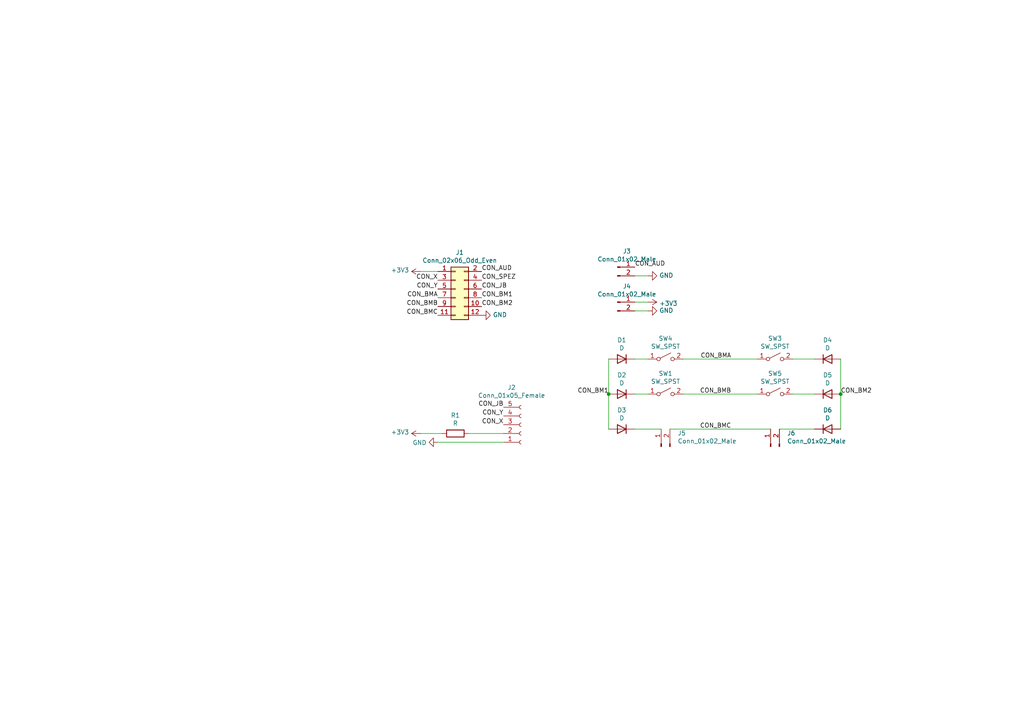
<source format=kicad_sch>
(kicad_sch (version 20211123) (generator eeschema)
  (paper "A4")
  (lib_symbols
    (symbol "Connector:Conn_01x02_Male" (pin_names (offset 1.016) hide)
      (property "Reference" "J" (at 0 2.54 0))
      (property "Value" "Conn_01x02_Male" (at 0 -5.08 0))
      (symbol "Conn_01x02_Male_1_1"
        (polyline (pts (xy 1.27 -2.54) (xy 0.8636 -2.54)) (stroke (width 0.1524)))
        (polyline (pts (xy 1.27 0) (xy 0.8636 0)) (stroke (width 0.1524)))
        (rectangle (start 0.8636 -2.413) (end 0 -2.667) (stroke (width 0.1524)) (fill (type outline)))
        (rectangle (start 0.8636 0.127) (end 0 -0.127) (stroke (width 0.1524)) (fill (type outline)))
        (pin passive line (at 5.08 0 180) (length 3.81) (name "Pin_1") (number "1"))
        (pin passive line (at 5.08 -2.54 180) (length 3.81) (name "Pin_2") (number "2"))
      )
    )
    (symbol "Connector:Conn_01x05_Female" (pin_names (offset 1.016) hide)
      (property "Reference" "J" (at 0 7.62 0))
      (property "Value" "Conn_01x05_Female" (at 0 -7.62 0))
      (symbol "Conn_01x05_Female_1_1"
        (arc (start 0 -4.572) (mid -0.508 -5.08) (end 0 -5.588) (stroke (width 0.1524)))
        (arc (start 0 -2.032) (mid -0.508 -2.54) (end 0 -3.048) (stroke (width 0.1524)))
        (polyline (pts (xy -1.27 -5.08) (xy -0.508 -5.08)) (stroke (width 0.1524)))
        (polyline (pts (xy -1.27 -2.54) (xy -0.508 -2.54)) (stroke (width 0.1524)))
        (polyline (pts (xy -1.27 0) (xy -0.508 0)) (stroke (width 0.1524)))
        (polyline (pts (xy -1.27 2.54) (xy -0.508 2.54)) (stroke (width 0.1524)))
        (polyline (pts (xy -1.27 5.08) (xy -0.508 5.08)) (stroke (width 0.1524)))
        (arc (start 0 0.508) (mid -0.508 0) (end 0 -0.508) (stroke (width 0.1524)))
        (arc (start 0 3.048) (mid -0.508 2.54) (end 0 2.032) (stroke (width 0.1524)))
        (arc (start 0 5.588) (mid -0.508 5.08) (end 0 4.572) (stroke (width 0.1524)))
        (pin passive line (at -5.08 5.08 0) (length 3.81) (name "Pin_1") (number "1"))
        (pin passive line (at -5.08 2.54 0) (length 3.81) (name "Pin_2") (number "2"))
        (pin passive line (at -5.08 0 0) (length 3.81) (name "Pin_3") (number "3"))
        (pin passive line (at -5.08 -2.54 0) (length 3.81) (name "Pin_4") (number "4"))
        (pin passive line (at -5.08 -5.08 0) (length 3.81) (name "Pin_5") (number "5"))
      )
    )
    (symbol "Connector_Generic:Conn_02x06_Odd_Even" (pin_names (offset 1.016) hide)
      (property "Reference" "J" (at 1.27 7.62 0))
      (property "Value" "Conn_02x06_Odd_Even" (at 1.27 -10.16 0))
      (symbol "Conn_02x06_Odd_Even_1_1"
        (rectangle (start -1.27 -7.493) (end 0 -7.747) (stroke (width 0.1524)))
        (rectangle (start -1.27 -4.953) (end 0 -5.207) (stroke (width 0.1524)))
        (rectangle (start -1.27 -2.413) (end 0 -2.667) (stroke (width 0.1524)))
        (rectangle (start -1.27 0.127) (end 0 -0.127) (stroke (width 0.1524)))
        (rectangle (start -1.27 2.667) (end 0 2.413) (stroke (width 0.1524)))
        (rectangle (start -1.27 5.207) (end 0 4.953) (stroke (width 0.1524)))
        (rectangle (start -1.27 6.35) (end 3.81 -8.89) (stroke (width 0.254)) (fill (type background)))
        (rectangle (start 3.81 -7.493) (end 2.54 -7.747) (stroke (width 0.1524)))
        (rectangle (start 3.81 -4.953) (end 2.54 -5.207) (stroke (width 0.1524)))
        (rectangle (start 3.81 -2.413) (end 2.54 -2.667) (stroke (width 0.1524)))
        (rectangle (start 3.81 0.127) (end 2.54 -0.127) (stroke (width 0.1524)))
        (rectangle (start 3.81 2.667) (end 2.54 2.413) (stroke (width 0.1524)))
        (rectangle (start 3.81 5.207) (end 2.54 4.953) (stroke (width 0.1524)))
        (pin passive line (at -5.08 5.08 0) (length 3.81) (name "Pin_1") (number "1"))
        (pin passive line (at 7.62 -5.08 180) (length 3.81) (name "Pin_10") (number "10"))
        (pin passive line (at -5.08 -7.62 0) (length 3.81) (name "Pin_11") (number "11"))
        (pin passive line (at 7.62 -7.62 180) (length 3.81) (name "Pin_12") (number "12"))
        (pin passive line (at 7.62 5.08 180) (length 3.81) (name "Pin_2") (number "2"))
        (pin passive line (at -5.08 2.54 0) (length 3.81) (name "Pin_3") (number "3"))
        (pin passive line (at 7.62 2.54 180) (length 3.81) (name "Pin_4") (number "4"))
        (pin passive line (at -5.08 0 0) (length 3.81) (name "Pin_5") (number "5"))
        (pin passive line (at 7.62 0 180) (length 3.81) (name "Pin_6") (number "6"))
        (pin passive line (at -5.08 -2.54 0) (length 3.81) (name "Pin_7") (number "7"))
        (pin passive line (at 7.62 -2.54 180) (length 3.81) (name "Pin_8") (number "8"))
        (pin passive line (at -5.08 -5.08 0) (length 3.81) (name "Pin_9") (number "9"))
      )
    )
    (symbol "Device:D" (pin_numbers hide) (pin_names (offset 1.016) hide)
      (property "Reference" "D" (at 0 2.54 0))
      (property "Value" "D" (at 0 -2.54 0))
      (symbol "D_0_1"
        (polyline (pts (xy -1.27 1.27) (xy -1.27 -1.27)) (stroke (width 0.254)))
        (polyline (pts (xy 1.27 0) (xy -1.27 0)))
        (polyline (pts (xy 1.27 1.27) (xy 1.27 -1.27) (xy -1.27 0) (xy 1.27 1.27)) (stroke (width 0.254)))
      )
      (symbol "D_1_1"
        (pin passive line (at -3.81 0 0) (length 2.54) (name "K") (number "1"))
        (pin passive line (at 3.81 0 180) (length 2.54) (name "A") (number "2"))
      )
    )
    (symbol "Device:R" (pin_numbers hide) (pin_names (offset 0))
      (property "Reference" "R" (at 2.032 0 90))
      (property "Value" "R" (at 0 0 90))
      (symbol "R_0_1"
        (rectangle (start -1.016 -2.54) (end 1.016 2.54) (stroke (width 0.254)))
      )
      (symbol "R_1_1"
        (pin passive line (at 0 3.81 270) (length 1.27) (name "~") (number "1"))
        (pin passive line (at 0 -3.81 90) (length 1.27) (name "~") (number "2"))
      )
    )
    (symbol "Switch:SW_SPST" (pin_names (offset 0) hide)
      (property "Reference" "SW" (at 0 3.175 0))
      (property "Value" "SW_SPST" (at 0 -2.54 0))
      (symbol "SW_SPST_0_0"
        (circle (center -2.032 0) (radius 0.508))
        (polyline (pts (xy -1.524 0.254) (xy 1.524 1.778)))
        (circle (center 2.032 0) (radius 0.508))
      )
      (symbol "SW_SPST_1_1"
        (pin passive line (at -5.08 0 0) (length 2.54) (name "A") (number "1"))
        (pin passive line (at 5.08 0 180) (length 2.54) (name "B") (number "2"))
      )
    )
    (symbol "power:+3V3" (power) (pin_names (offset 0))
      (property "Value" "+3V3" (at 0 3.556 0))
      (symbol "+3V3_0_1"
        (polyline (pts (xy -0.762 1.27) (xy 0 2.54)))
        (polyline (pts (xy 0 0) (xy 0 2.54)))
        (polyline (pts (xy 0 2.54) (xy 0.762 1.27)))
      )
      (symbol "+3V3_1_1"
        (pin power_in line (at 0 0 90) (length 0) hide (name "+3V3") (number "1"))
      )
    )
    (symbol "power:GND" (power) (pin_names (offset 0))
      (property "Value" "GND" (at 0 -3.81 0))
      (symbol "GND_0_1"
        (polyline (pts (xy 0 0) (xy 0 -1.27) (xy 1.27 -1.27) (xy 0 -2.54) (xy -1.27 -1.27) (xy 0 -1.27)))
      )
      (symbol "GND_1_1"
        (pin power_in line (at 0 0 270) (length 0) hide (name "GND") (number "1"))
      )
    )
  )
  (junction (at 176.53 114.3))
  (junction (at 243.84 114.3))
  (wire (pts (xy 187.96 80.01) (xy 184.15 80.01)))
  (wire (pts (xy 229.87 114.3) (xy 236.22 114.3)))
  (wire (pts (xy 198.12 114.3) (xy 219.71 114.3)))
  (wire (pts (xy 127 128.27) (xy 146.05 128.27)))
  (wire (pts (xy 176.53 104.14) (xy 176.53 114.3)))
  (wire (pts (xy 187.96 87.63) (xy 184.15 87.63)))
  (wire (pts (xy 187.96 90.17) (xy 184.15 90.17)))
  (wire (pts (xy 243.84 114.3) (xy 243.84 104.14)))
  (wire (pts (xy 194.31 124.46) (xy 223.52 124.46)))
  (wire (pts (xy 243.84 124.46) (xy 243.84 114.3)))
  (wire (pts (xy 184.15 124.46) (xy 191.77 124.46)))
  (wire (pts (xy 176.53 114.3) (xy 176.53 124.46)))
  (wire (pts (xy 184.15 114.3) (xy 187.96 114.3)))
  (wire (pts (xy 121.92 78.74) (xy 127 78.74)))
  (wire (pts (xy 198.12 104.14) (xy 219.71 104.14)))
  (wire (pts (xy 226.06 124.46) (xy 236.22 124.46)))
  (wire (pts (xy 121.92 125.73) (xy 128.27 125.73)))
  (wire (pts (xy 236.22 104.14) (xy 229.87 104.14)))
  (wire (pts (xy 184.15 104.14) (xy 187.96 104.14)))
  (wire (pts (xy 135.89 125.73) (xy 146.05 125.73)))
  (label "CON_BM2" (at 243.84 114.3 0))
  (label "CON_BMC" (at 127 91.44 180))
  (label "CON_AUD" (at 139.7 78.74 0))
  (label "CON_BMB" (at 212.09 114.3 180))
  (label "CON_SPEZ" (at 139.7 81.28 0))
  (label "CON_JB" (at 146.05 118.11 180))
  (label "CON_Y" (at 127 83.82 180))
  (label "CON_BMB" (at 127 88.9 180))
  (label "CON_BM2" (at 139.7 88.9 0))
  (label "CON_X" (at 146.05 123.19 180))
  (label "CON_JB" (at 139.7 83.82 0))
  (label "CON_BMA" (at 127 86.36 180))
  (label "CON_BMC" (at 212.09 124.46 180))
  (label "CON_BM1" (at 139.7 86.36 0))
  (label "CON_BM1" (at 176.53 114.3 180))
  (label "CON_X" (at 127 81.28 180))
  (label "CON_BMA" (at 212.09 104.14 180))
  (label "CON_Y" (at 146.05 120.65 180))
  (label "CON_AUD" (at 184.15 77.47 0))
  (symbol (lib_id "Connector_Generic:Conn_02x06_Odd_Even") (at 132.08 83.82 0) (unit 1)
    (property "Reference" "J1" (at 133.35 73.2282 0))
    (property "Value" "Conn_02x06_Odd_Even" (at 133.35 75.5396 0))
    (property "Footprint" "Connector_PinHeader_2.54mm:PinHeader_2x06_P2.54mm_Horizontal" (effects hide))
  )
  (symbol (lib_id "Connector:Conn_01x05_Female") (at 151.13 123.19 0) (mirror x) (unit 1)
    (property "Reference" "J2" (at 148.3868 112.395 0))
    (property "Value" "Conn_01x05_Female" (at 148.3868 114.7064 0))
    (property "Footprint" "Connector_PinSocket_2.54mm:PinSocket_1x05_P2.54mm_Horizontal" (effects hide))
  )
  (symbol (lib_id "Connector:Conn_01x02_Male") (at 179.07 77.47 0) (unit 1)
    (property "Reference" "J3" (at 181.8132 72.8726 0))
    (property "Value" "Conn_01x02_Male" (at 181.8132 75.184 0))
    (property "Footprint" "Connector_PinHeader_2.54mm:PinHeader_1x02_P2.54mm_Vertical" (effects hide))
  )
  (symbol (lib_id "Device:R") (at 132.08 125.73 270) (unit 1)
    (property "Reference" "R1" (at 132.08 120.4722 90))
    (property "Value" "R" (at 132.08 122.7836 90))
    (property "Footprint" "Resistor_SMD:R_0402_1005Metric" (effects hide))
  )
  (symbol (lib_id "Device:D") (at 180.34 124.46 0) (mirror y) (unit 1)
    (property "Reference" "D3" (at 180.34 118.9482 0))
    (property "Value" "D" (at 180.34 121.2596 0))
    (property "Footprint" "Diode_SMD:D_SOD-123" (effects hide))
  )
  (symbol (lib_id "Device:D") (at 180.34 114.3 0) (mirror y) (unit 1)
    (property "Reference" "D2" (at 180.34 108.7882 0))
    (property "Value" "D" (at 180.34 111.0996 0))
    (property "Footprint" "Diode_SMD:D_SOD-123" (effects hide))
  )
  (symbol (lib_id "Device:D") (at 180.34 104.14 0) (mirror y) (unit 1)
    (property "Reference" "D1" (at 180.34 98.6282 0))
    (property "Value" "D" (at 180.34 100.9396 0))
    (property "Footprint" "Diode_SMD:D_SOD-123" (effects hide))
  )
  (symbol (lib_id "Device:D") (at 240.03 104.14 0) (mirror x) (unit 1)
    (property "Reference" "D4" (at 240.03 98.6282 0))
    (property "Value" "D" (at 240.03 100.9396 0))
    (property "Footprint" "Diode_SMD:D_SOD-123" (effects hide))
  )
  (symbol (lib_id "Device:D") (at 240.03 114.3 0) (mirror x) (unit 1)
    (property "Reference" "D5" (at 240.03 108.7882 0))
    (property "Value" "D" (at 240.03 111.0996 0))
    (property "Footprint" "Diode_SMD:D_SOD-123" (effects hide))
  )
  (symbol (lib_id "Device:D") (at 240.03 124.46 0) (mirror x) (unit 1)
    (property "Reference" "D6" (at 240.03 118.9482 0))
    (property "Value" "D" (at 240.03 121.2596 0))
    (property "Footprint" "Diode_SMD:D_SOD-123" (effects hide))
  )
  (symbol (lib_id "power:GND") (at 139.7 91.44 90) (unit 1)
    (property "Reference" "#PWR04" (effects hide))
    (property "Value" "GND" (at 142.9512 91.313 90) (effects (justify right)))
  )
  (symbol (lib_id "power:GND") (at 127 128.27 270) (unit 1)
    (property "Reference" "#PWR03" (effects hide))
    (property "Value" "GND" (at 123.7488 128.397 90) (effects (justify right)))
  )
  (symbol (lib_id "power:GND") (at 187.96 80.01 90) (unit 1)
    (property "Reference" "#PWR05" (effects hide))
    (property "Value" "GND" (at 191.2112 79.883 90) (effects (justify right)))
  )
  (symbol (lib_id "power:+3V3") (at 121.92 78.74 90) (unit 1)
    (property "Reference" "#PWR01" (effects hide))
    (property "Value" "+3V3" (at 118.6688 78.359 90) (effects (justify left)))
  )
  (symbol (lib_id "power:+3V3") (at 121.92 125.73 90) (unit 1)
    (property "Reference" "#PWR02" (effects hide))
    (property "Value" "+3V3" (at 118.6688 125.349 90) (effects (justify left)))
  )
  (symbol (lib_id "Connector:Conn_01x02_Male") (at 179.07 87.63 0) (unit 1)
    (property "Reference" "J4" (at 181.8132 83.0326 0))
    (property "Value" "Conn_01x02_Male" (at 181.8132 85.344 0))
    (property "Footprint" "Connector_PinHeader_2.54mm:PinHeader_1x02_P2.54mm_Vertical" (effects hide))
  )
  (symbol (lib_id "power:GND") (at 187.96 90.17 90) (unit 1)
    (property "Reference" "#PWR07" (effects hide))
    (property "Value" "GND" (at 191.2112 90.043 90) (effects (justify right)))
  )
  (symbol (lib_id "power:+3V3") (at 187.96 87.63 270) (unit 1)
    (property "Reference" "#PWR06" (effects hide))
    (property "Value" "+3V3" (at 191.2112 88.011 90) (effects (justify left)))
  )
  (symbol (lib_id "Switch:SW_SPST") (at 193.04 104.14 0) (unit 1)
    (property "Reference" "SW4" (at 193.04 98.171 0))
    (property "Value" "SW_SPST" (at 193.04 100.4824 0))
    (property "Footprint" "Button_Switch_SMD:SW_SPST_B3S-1000" (effects hide))
  )
  (symbol (lib_id "Switch:SW_SPST") (at 193.04 114.3 0) (unit 1)
    (property "Reference" "SW1" (at 193.04 108.331 0))
    (property "Value" "SW_SPST" (at 193.04 110.6424 0))
    (property "Footprint" "Button_Switch_SMD:SW_SPST_B3S-1000" (effects hide))
  )
  (symbol (lib_id "Switch:SW_SPST") (at 224.79 104.14 0) (unit 1)
    (property "Reference" "SW3" (at 224.79 98.171 0))
    (property "Value" "SW_SPST" (at 224.79 100.4824 0))
    (property "Footprint" "Button_Switch_SMD:SW_SPST_B3S-1000" (effects hide))
  )
  (symbol (lib_id "Switch:SW_SPST") (at 224.79 114.3 0) (unit 1)
    (property "Reference" "SW5" (at 224.79 108.331 0))
    (property "Value" "SW_SPST" (at 224.79 110.6424 0))
    (property "Footprint" "Button_Switch_SMD:SW_SPST_B3S-1000" (effects hide))
  )
  (symbol (lib_id "Connector:Conn_01x02_Male") (at 191.77 129.54 90) (unit 1)
    (property "Reference" "J5" (at 196.5452 125.6284 90) (effects (justify right)))
    (property "Value" "Conn_01x02_Male" (at 196.5452 127.9398 90) (effects (justify right)))
    (property "Footprint" "Connector_PinHeader_2.54mm:PinHeader_1x02_P2.54mm_Horizontal" (effects hide))
  )
  (symbol (lib_id "Connector:Conn_01x02_Male") (at 223.52 129.54 90) (unit 1)
    (property "Reference" "J6" (at 228.2952 125.6284 90) (effects (justify right)))
    (property "Value" "Conn_01x02_Male" (at 228.2952 127.9398 90) (effects (justify right)))
    (property "Footprint" "Connector_PinHeader_2.54mm:PinHeader_1x02_P2.54mm_Horizontal" (effects hide))
  )
)
</source>
